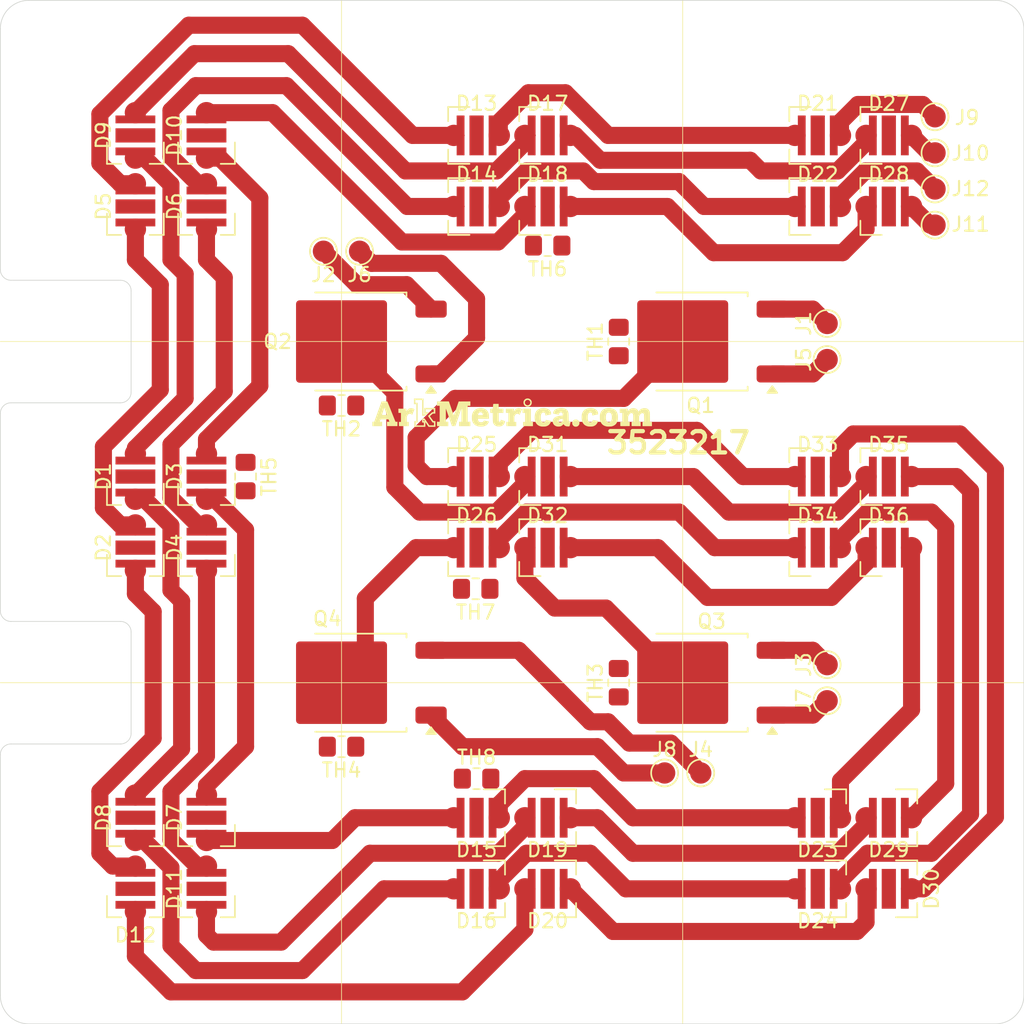
<source format=kicad_pcb>
(kicad_pcb (version 20241229) (generator "pcbnew") (generator_version "9.0")
  (layers (0 "F.Cu" signal) (2 "B.Cu" signal) (13 "F.Paste" user) (15 "B.Paste" user) (5 "F.SilkS" user "F.Silkscreen") (7 "B.SilkS" user "B.Silkscreen") (1 "F.Mask" user) (3 "B.Mask" user) (25 "Edge.Cuts" user))
  (net 0 "")
  (net 1 "Net-(D1-A)")
  (net 2 "Net-(D1-K)")
  (net 4 "Net-(D12-A)")
  (net 5 "Net-(D2-A)")
  (net 7 "Net-(D10-K)")
  (net 8 "Net-(D3-K)")
  (net 10 "Net-(D11-A)")
  (net 11 "Net-(D4-A)")
  (net 14 "Net-(D13-K)")
  (net 15 "Net-(D14-K)")
  (net 17 "Net-(D15-A)")
  (net 20 "Net-(D16-A)")
  (net 22 "Net-(D17-K)")
  (net 23 "Net-(D10-A)")
  (net 26 "Net-(D11-K)")
  (net 28 "Net-(D12-K)")
  (net 30 "Net-(D13-A)")
  (net 31 "Net-(D14-A)")
  (net 33 "Net-(D15-K)")
  (net 35 "Net-(D16-K)")
  (net 38 "Net-(D17-A)")
  (net 40 "Net-(D18-A)")
  (net 41 "Net-(D19-K)")
  (net 43 "Net-(D20-K)")
  (net 45 "Net-(D21-A)")
  (net 48 "Net-(D22-A)")
  (net 49 "Net-(D23-K)")
  (net 51 "Net-(D24-K)")
  (net 54 "Net-(D25-K)")
  (net 55 "Net-(D25-A)")
  (net 56 "Net-(D26-A)")
  (net 58 "Net-(D26-K)")
  (net 60 "Net-(D27-A)")
  (net 62 "Net-(D28-A)")
  (net 64 "Net-(D29-K)")
  (net 65 "Net-(D30-K)")
  (net 68 "Net-(D31-K)")
  (net 69 "Net-(D31-A)")
  (net 70 "Net-(D32-A)")
  (net 72 "Net-(D32-K)")
  (net 77 "Net-(J1-Pin_1)")
  (net 78 "Net-(J5-Pin_1)")
  (net 79 "Net-(J6-Pin_1)")
  (net 80 "Net-(J7-Pin_1)")
  (net 81 "Net-(J8-Pin_1)")
  (net 98 "Net-(J2-Pin_1)")
  (net 99 "Net-(J3-Pin_1)")
  (net 100 "Net-(J4-Pin_1)")
  (footprint "TestPoint:TestPoint_Pad_D1.5mm" (layer "F.Cu") (at -10.73 -18.35 180)
    (property "Reference" "J6")
    (property "Value" "Conn_01x01_Pin")
  )
  (footprint "custom:LED_3x3_DIRECT_CU" (layer "F.Cu") (at 2.5 26.5 180)
    (property "Reference" "D20")
    (property "Value" "LED_Pad")
  )
  (footprint "Resistor_SMD:R_0805_2012Metric_Pad1.20x1.40mm_HandSolder" (layer "F.Cu") (at 2.5 -18.75 180)
    (property "Reference" "TH6")
    (property "Value" "Thermistor_NTC")
  )
  (footprint "custom:LED_3x3_DIRECT_CU" (layer "F.Cu") (at -2.5 26.5 180)
    (property "Reference" "D16")
    (property "Value" "LED_Pad")
  )
  (footprint "Resistor_SMD:R_0805_2012Metric_Pad1.20x1.40mm_HandSolder" (layer "F.Cu") (at -2.561175 5.395175 180)
    (property "Reference" "TH7")
    (property "Value" "Thermistor_NTC")
  )
  (footprint "custom:LED_3x3_DIRECT_CU" (layer "F.Cu") (at -2.5 2.5)
    (property "Reference" "D26")
    (property "Value" "LED_Pad")
  )
  (footprint "TestPoint:TestPoint_Pad_D1.5mm" (layer "F.Cu") (at 22.16 10.73 90)
    (property "Reference" "J3")
    (property "Value" "Conn_01x01_Pin")
  )
  (footprint "TestPoint:TestPoint_Pad_D1.5mm" (layer "F.Cu") (at 22.16 -10.73 90)
    (property "Reference" "J5")
    (property "Value" "Conn_01x01_Pin")
  )
  (footprint "TestPoint:TestPoint_Pad_D1.5mm" (layer "F.Cu") (at 29.75 -20.19)
    (property "Reference" "J11")
    (property "Value" "Conn_01x01_Pin")
  )
  (footprint "TestPoint:TestPoint_Pad_D1.5mm" (layer "F.Cu") (at 29.75 -27.81)
    (property "Reference" "J9")
    (property "Value" "Conn_01x01_Pin")
  )
  (footprint "custom:LED_3x3_DIRECT_CU" (layer "F.Cu") (at -21.5 -2.5 90)
    (property "Reference" "D3")
    (property "Value" "LED_Pad")
  )
  (footprint "TestPoint:TestPoint_Pad_D1.5mm" (layer "F.Cu") (at 10.73 18.35)
    (property "Reference" "J8")
    (property "Value" "Conn_01x01_Pin")
  )
  (footprint "custom:LED_3x3_DIRECT_CU" (layer "F.Cu") (at 2.5 2.5)
    (property "Reference" "D32")
    (property "Value" "LED_Pad")
  )
  (footprint "custom:LED_3x3_DIRECT_CU" (layer "F.Cu") (at 26.5 -21.5)
    (property "Reference" "D28")
    (property "Value" "LED_Pad" (hide yes))
  )
  (footprint "custom:LED_3x3_DIRECT_CU" (layer "F.Cu") (at 26.5 2.5)
    (property "Reference" "D36")
    (property "Value" "LED_Pad")
  )
  (footprint "custom:LED_3x3_DIRECT_CU" (layer "F.Cu") (at -21.5 2.5 90)
    (property "Reference" "D4")
    (property "Value" "LED_Pad")
  )
  (footprint "TestPoint:TestPoint_Pad_D1.5mm" (layer "F.Cu") (at 29.75 -22.73)
    (property "Reference" "J12")
    (property "Value" "Conn_01x01_Pin")
  )
  (footprint "custom:LED_3x3_DIRECT_CU" (layer "F.Cu") (at -26.5 -2.5 90)
    (property "Reference" "D1")
    (property "Value" "LED_Pad")
  )
  (footprint "custom:LED_3x3_DIRECT_CU" (layer "F.Cu") (at 21.5 26.5 180)
    (property "Reference" "D24")
    (property "Value" "LED_Pad")
  )
  (footprint "TestPoint:TestPoint_Pad_D1.5mm" (layer "F.Cu") (at 13.27 18.35)
    (property "Reference" "J4")
    (property "Value" "Conn_01x01_Pin")
  )
  (footprint "TestPoint:TestPoint_Pad_D1.5mm" (layer "F.Cu") (at 22.16 13.27 90)
    (property "Reference" "J7")
    (property "Value" "Conn_01x01_Pin")
  )
  (footprint "Resistor_SMD:R_0805_2012Metric_Pad1.20x1.40mm_HandSolder" (layer "F.Cu") (at -18.75 -2.5 -90)
    (property "Reference" "TH5")
    (property "Value" "Thermistor_NTC")
  )
  (footprint "custom:LED_3x3_DIRECT_CU" (layer "F.Cu") (at 2.5 21.5 180)
    (property "Reference" "D19")
    (property "Value" "LED_Pad")
  )
  (footprint "custom:MountingHole_3.50mm" (layer "F.Cu") (at -31.5 31.5)
    (property "Reference" "H3" (hide yes))
    (property "Value" "MountingHole" (hide yes))
  )
  (footprint "custom:LED_3x3_DIRECT_CU" (layer "F.Cu") (at -26.5 -21.5 90)
    (property "Reference" "D5")
    (property "Value" "LED_Pad")
  )
  (footprint "custom:LED_3x3_DIRECT_CU" (layer "F.Cu") (at 26.5 -26.5)
    (property "Reference" "D27")
    (property "Value" "LED_Pad" (hide yes))
  )
  (footprint "custom:LED_3x3_DIRECT_CU" (layer "F.Cu") (at 21.5 21.5 180)
    (property "Reference" "D23")
    (property "Value" "LED_Pad")
  )
  (footprint "Resistor_SMD:R_0805_2012Metric_Pad1.20x1.40mm_HandSolder" (layer "F.Cu") (at -2.5 18.75)
    (property "Reference" "TH8")
    (property "Value" "Thermistor_NTC")
  )
  (footprint "custom:LED_3x3_DIRECT_CU" (layer "F.Cu") (at 2.5 -26.5)
    (property "Reference" "D17")
    (property "Value" "LED_Pad")
  )
  (footprint "Package_TO_SOT_SMD:TO-252-2" (layer "F.Cu") (at 13.26 12 180)
    (property "Reference" "Q3")
    (property "Value" "Q_NPN_CBE")
  )
  (footprint "Package_TO_SOT_SMD:TO-252-2" (layer "F.Cu") (at -10.74 12 180)
    (property "Reference" "Q4")
    (property "Value" "Q_NPN_CBE")
  )
  (footprint "custom:LED_3x3_DIRECT_CU" (layer "F.Cu") (at -21.5 -21.5 90)
    (property "Reference" "D6")
    (property "Value" "LED_Pad")
  )
  (footprint "custom:LED_3x3_DIRECT_CU" (layer "F.Cu") (at 2.5 -2.5)
    (property "Reference" "D31")
    (property "Value" "LED_Pad")
  )
  (footprint "custom:LED_3x3_DIRECT_CU" (layer "F.Cu") (at -26.5 -26.5 90)
    (property "Reference" "D9")
    (property "Value" "LED_Pad")
  )
  (footprint "custom:LED_3x3_DIRECT_CU" (layer "F.Cu") (at -2.5 -2.5)
    (property "Reference" "D25")
    (property "Value" "LED_Pad")
  )
  (footprint "TestPoint:TestPoint_Pad_D1.5mm" (layer "F.Cu") (at 22.16 -13.27 90)
    (property "Reference" "J1")
    (property "Value" "Conn_01x01_Pin")
  )
  (footprint "custom:LED_3x3_DIRECT_CU" (layer "F.Cu") (at -26.5 21.5 90)
    (property "Reference" "D8")
    (property "Value" "LED_Pad")
  )
  (footprint "custom:site_small" (layer "F.Cu") (at 0 -7)
    (property "Reference" "SYM4" (hide yes))
    (property "Value" "Logo_Open_Hardware_Small" (hide yes))
  )
  (footprint "custom:LED_3x3_DIRECT_CU" (layer "F.Cu") (at 2.5 -21.5)
    (property "Reference" "D18")
    (property "Value" "LED_Pad")
  )
  (footprint "custom:LED_3x3_DIRECT_CU" (layer "F.Cu") (at 21.5 -26.5)
    (property "Reference" "D21")
    (property "Value" "LED_Pad")
  )
  (footprint "Package_TO_SOT_SMD:TO-252-2" (layer "F.Cu") (at -10.74 -12 180)
    (property "Reference" "Q2")
    (property "Value" "Q_NPN_CBE")
  )
  (footprint "custom:MountingHole_3.50mm" (layer "F.Cu") (at 31.5 -31.5)
    (property "Reference" "H1" (hide yes))
    (property "Value" "MountingHole" (hide yes))
  )
  (footprint "custom:LED_3x3_DIRECT_CU" (layer "F.Cu") (at -2.5 -21.5)
    (property "Reference" "D14")
    (property "Value" "LED_Pad")
  )
  (footprint "custom:MountingHole_3.50mm" (layer "F.Cu") (at -31.5 -31.5)
    (property "Reference" "H2" (hide yes))
    (property "Value" "MountingHole" (hide yes))
  )
  (footprint "custom:LED_3x3_DIRECT_CU" (layer "F.Cu") (at 26.5 21.5 180)
    (property "Reference" "D29")
    (property "Value" "LED_Pad")
  )
  (footprint "custom:LED_3x3_DIRECT_CU" (layer "F.Cu") (at -2.5 -26.5)
    (property "Reference" "D13")
    (property "Value" "LED_Pad")
  )
  (footprint "custom:LED_3x3_DIRECT_CU" (layer "F.Cu") (at -21.5 26.5 90)
    (property "Reference" "D11")
    (property "Value" "LED_Pad")
  )
  (footprint "TestPoint:TestPoint_Pad_D1.5mm" (layer "F.Cu") (at -13.27 -18.35 180)
    (property "Reference" "J2")
    (property "Value" "Conn_01x01_Pin")
  )
  (footprint "Resistor_SMD:R_0805_2012Metric_Pad1.20x1.40mm_HandSolder" (layer "F.Cu") (at 7.5 12 90)
    (property "Reference" "TH3")
    (property "Value" "Thermistor_NTC")
  )
  (footprint "custom:LED_3x3_DIRECT_CU" (layer "F.Cu") (at 26.5 26.5 180)
    (property "Reference" "D30")
    (property "Value" "LED_Pad")
  )
  (footprint "Resistor_SMD:R_0805_2012Metric_Pad1.20x1.40mm_HandSolder" (layer "F.Cu") (at 7.5 -12 90)
    (property "Reference" "TH1")
    (property "Value" "Thermistor_NTC")
  )
  (footprint "custom:LED_3x3_DIRECT_CU" (layer "F.Cu") (at -26.5 26.5 90)
    (property "Reference" "D12")
    (property "Value" "LED_Pad")
  )
  (footprint "custom:LED_3x3_DIRECT_CU" (layer "F.Cu") (at -21.5 21.5 90)
    (property "Reference" "D7")
    (property "Value" "LED_Pad")
  )
  (footprint "custom:LED_3x3_DIRECT_CU" (layer "F.Cu") (at -26.5 2.5 90)
    (property "Reference" "D2")
    (property "Value" "LED_Pad")
  )
  (footprint "Resistor_SMD:R_0805_2012Metric_Pad1.20x1.40mm_HandSolder" (layer "F.Cu") (at -12 16.5 180)
    (property "Reference" "TH4")
    (property "Value" "Thermistor_NTC")
  )
  (footprint "Resistor_SMD:R_0805_2012Metric_Pad1.20x1.40mm_HandSolder" (layer "F.Cu") (at -12 -7.5 180)
    (property "Reference" "TH2")
    (property "Value" "Thermistor_NTC")
  )
  (footprint "custom:LED_3x3_DIRECT_CU" (layer "F.Cu") (at -2.5 21.5 180)
    (property "Reference" "D15")
    (property "Value" "LED_Pad")
  )
  (footprint "custom:LED_3x3_DIRECT_CU" (layer "F.Cu") (at -21.5 -26.5 90)
    (property "Reference" "D10")
    (property "Value" "LED_Pad")
  )
  (footprint "custom:LED_3x3_DIRECT_CU" (layer "F.Cu") (at 21.5 -21.5)
    (property "Reference" "D22")
    (property "Value" "LED_Pad")
  )
  (footprint "TestPoint:TestPoint_Pad_D1.5mm" (layer "F.Cu") (at 29.75 -25.27)
    (property "Reference" "J10")
    (property "Value" "Conn_01x01_Pin")
  )
  (footprint "custom:LED_3x3_DIRECT_CU" (layer "F.Cu") (at 21.5 2.5)
    (property "Reference" "D34")
    (property "Value" "LED_Pad")
  )
  (footprint "custom:MountingHole_3.50mm" (layer "F.Cu") (at 31.5 31.5)
    (property "Reference" "H4" (hide yes))
    (property "Value" "MountingHole" (hide yes))
  )
  (footprint "custom:LED_3x3_DIRECT_CU" (layer "F.Cu") (at 26.5 -2.5)
    (property "Reference" "D35")
    (property "Value" "LED_Pad")
  )
  (footprint "Package_TO_SOT_SMD:TO-252-2" (layer "F.Cu") (at 13.26 -12 180)
    (property "Reference" "Q1")
    (property "Value" "Q_NPN_CBE")
  )
  (footprint "custom:LED_3x3_DIRECT_CU" (layer "F.Cu") (at 21.5 -2.5)
    (property "Reference" "D33")
    (property "Value" "LED_Pad")
  )
  (gr_line (start 22.48 -21.5) (end 22.91 -21.5) (stroke (width 0.2)) (layer "F.Cu") (net 48))
  (gr_line (start 25.52 -21.5) (end 25.09 -21.5) (stroke (width 0.2)) (layer "F.Cu") (net 40))
  (gr_line (start 27.48 -21.5) (end 27.91 -21.5) (stroke (width 0.2)) (layer "F.Cu") (net 62))
  (gr_line (start 1.565 -21.5) (end 1.135 -21.5) (stroke (width 0.2)) (layer "F.Cu") (net 23))
  (gr_line (start -3.435 -21.5) (end -3.865 -21.5) (stroke (width 0.2)) (layer "F.Cu") (net 15))
  (gr_line (start 22.48 -26.5) (end 22.91 -26.5) (stroke (width 0.2)) (layer "F.Cu") (net 45))
  (gr_line (start 25.52 -26.5) (end 25.09 -26.5) (stroke (width 0.2)) (layer "F.Cu") (net 38))
  (gr_line (start 20.52 -26.5) (end 20.09 -26.5) (stroke (width 0.2)) (layer "F.Cu") (net 30))
  (gr_line (start 1.565 -26.5) (end 1.135 -26.5) (stroke (width 0.2)) (layer "F.Cu") (net 22))
  (gr_line (start -3.435 -26.5) (end -3.865 -26.5) (stroke (width 0.2)) (layer "F.Cu") (net 14))
  (gr_line (start 27.48 -26.5) (end 27.91 -26.5) (stroke (width 0.2)) (layer "F.Cu") (net 60))
  (gr_line (start 36 12) (end -36 12) (stroke (width 0.05)) (layer "F.SilkS"))
  (gr_line (start 36 -12) (end -36 -12) (stroke (width 0.05)) (layer "F.SilkS"))
  (gr_line (start 12 36) (end 12 -36) (stroke (width 0.05)) (layer "F.SilkS"))
  (gr_line (start -12 36) (end -12 -36) (stroke (width 0.05)) (layer "F.SilkS"))
  (gr_line (start -27.55 -16.31) (end -35.25 -16.31) (stroke (width 0.05)) (layer "Edge.Cuts"))
  (gr_line (start -27.55 -7.69) (end -35.25 -7.69) (stroke (width 0.05)) (layer "Edge.Cuts"))
  (gr_line (start -27.55 7.69) (end -35.25 7.69) (stroke (width 0.05)) (layer "Edge.Cuts"))
  (gr_arc (start -27.55 -16.31) (mid -27.01967 -16.09033) (end -26.8 -15.56) (stroke (width 0.05)) (layer "Edge.Cuts"))
  (gr_arc (start -27.55 7.69) (mid -27.01967 7.90967) (end -26.8 8.44) (stroke (width 0.05)) (layer "Edge.Cuts"))
  (gr_arc (start -36 -6.94) (mid -35.78033 -7.47033) (end -35.25 -7.69) (stroke (width 0.05)) (layer "Edge.Cuts"))
  (gr_arc (start 34 -36) (mid 35.414214 -35.414214) (end 36 -34) (stroke (width 0.05)) (layer "Edge.Cuts"))
  (gr_line (start -36 -17.06) (end -36 -34) (stroke (width 0.05)) (layer "Edge.Cuts"))
  (gr_line (start -26.8 -8.44) (end -26.8 -15.56) (stroke (width 0.05)) (layer "Edge.Cuts"))
  (gr_arc (start -36 -34) (mid -35.414214 -35.414214) (end -34 -36) (stroke (width 0.05)) (layer "Edge.Cuts"))
  (gr_arc (start -26.8 15.56) (mid -27.01967 16.09033) (end -27.55 16.31) (stroke (width 0.05)) (layer "Edge.Cuts"))
  (gr_arc (start -34 36) (mid -35.414214 35.414214) (end -36 34) (stroke (width 0.05)) (layer "Edge.Cuts"))
  (gr_arc (start -26.8 -8.44) (mid -27.01967 -7.90967) (end -27.55 -7.69) (stroke (width 0.05)) (layer "Edge.Cuts"))
  (gr_line (start -26.8 15.56) (end -26.8 8.44) (stroke (width 0.05)) (layer "Edge.Cuts"))
  (gr_line (start -27.55 16.31) (end -35.25 16.31) (stroke (width 0.05)) (layer "Edge.Cuts"))
  (gr_line (start 36 -34) (end 36 34) (stroke (width 0.05)) (layer "Edge.Cuts"))
  (gr_line (start 34 36) (end -34 36) (stroke (width 0.05)) (layer "Edge.Cuts"))
  (gr_line (start -36 -6.94) (end -36 6.94) (stroke (width 0.05)) (layer "Edge.Cuts"))
  (gr_arc (start -35.25 7.69) (mid -35.78033 7.47033) (end -36 6.94) (stroke (width 0.05)) (layer "Edge.Cuts"))
  (gr_arc (start -35.25 -16.31) (mid -35.78033 -16.52967) (end -36 -17.06) (stroke (width 0.05)) (layer "Edge.Cuts"))
  (gr_arc (start 36 34) (mid 35.414214 35.414214) (end 34 36) (stroke (width 0.05)) (layer "Edge.Cuts"))
  (gr_line (start -36 34) (end -36 17.06) (stroke (width 0.05)) (layer "Edge.Cuts"))
  (gr_line (start -34 -36) (end 34 -36) (stroke (width 0.05)) (layer "Edge.Cuts"))
  (gr_arc (start -36 17.06) (mid -35.78033 16.52967) (end -35.25 16.31) (stroke (width 0.05)) (layer "Edge.Cuts"))
  (gr_text "3523217" (at 6.5 -4 0) (layer "F.SilkS") (effects (font (size 1.5 1.5) (thickness 0.3) (bold yes)) (justify left bottom)))
  (segment (start -24 -17.75) (end -23 -16.75) (width 1.2) (layer "F.Cu") (net 1))
  (segment (start -24 -23.054042) (end -24 -17.75) (width 1.2) (layer "F.Cu") (net 1))
  (segment (start -26.5 -4.5) (end -26.5 -4.1) (width 1.2) (layer "F.Cu") (net 1))
  (segment (start -23 -16.75) (end -23 -8) (width 1.2) (layer "F.Cu") (net 1))
  (segment (start -26.5 -24.9) (end -25.845958 -24.9) (width 1.2) (layer "F.Cu") (net 1))
  (segment (start -23 -8) (end -26.5 -4.5) (width 1.2) (layer "F.Cu") (net 1))
  (segment (start -25.845958 -24.9) (end -24 -23.054042) (width 1.2) (layer "F.Cu") (net 1))
  (segment (start -24 5.5) (end -23.25 6.25) (width 1.2) (layer "F.Cu") (net 2))
  (segment (start -23.25 16.65) (end -26.5 19.9) (width 1.2) (layer "F.Cu") (net 2))
  (segment (start -24 0.945958) (end -24 5.5) (width 1.2) (layer "F.Cu") (net 2))
  (segment (start -23.25 6.25) (end -23.25 16.65) (width 1.2) (layer "F.Cu") (net 2))
  (segment (start -25.845958 -0.9) (end -24 0.945958) (width 1.2) (layer "F.Cu") (net 2))
  (segment (start -26.5 -0.9) (end -25.845958 -0.9) (width 1.2) (layer "F.Cu") (net 2))
  (segment (start -26.5 4.1) (end -26.5 5.75) (width 1.2) (layer "F.Cu") (net 4))
  (segment (start -25.25 7) (end -25.25 15.898) (width 1.2) (layer "F.Cu") (net 4))
  (segment (start -25.25 15.898) (end -29 19.648) (width 1.2) (layer "F.Cu") (net 4))
  (segment (start -29 24) (end -28.1 24.9) (width 1.2) (layer "F.Cu") (net 4))
  (segment (start -28.1 24.9) (end -26.5 24.9) (width 1.2) (layer "F.Cu") (net 4))
  (segment (start -26.5 5.75) (end -25.25 7) (width 1.2) (layer "F.Cu") (net 4))
  (segment (start -29 19.648) (end -29 24) (width 1.2) (layer "F.Cu") (net 4))
  (segment (start -27.56066 0.9) (end -26.5 0.9) (width 1.2) (layer "F.Cu") (net 5))
  (segment (start -24.75 -16) (end -24.75 -8.602) (width 1.2) (layer "F.Cu") (net 5))
  (segment (start -26.5 -17.75) (end -24.75 -16) (width 1.2) (layer "F.Cu") (net 5))
  (segment (start -24.75 -8.602) (end -28.75 -4.602) (width 1.2) (layer "F.Cu") (net 5))
  (segment (start -26.5 -19.9) (end -26.5 -17.75) (width 1.2) (layer "F.Cu") (net 5))
  (segment (start -28.75 -0.28934) (end -27.56066 0.9) (width 1.2) (layer "F.Cu") (net 5))
  (segment (start -28.75 -4.602) (end -28.75 -0.28934) (width 1.2) (layer "F.Cu") (net 5))
  (segment (start -21.5 -24.9) (end -20.548 -24.9) (width 1.2) (layer "F.Cu") (net 7))
  (segment (start -17.75 -22.102) (end -17.75 -8.875) (width 1.2) (layer "F.Cu") (net 7))
  (segment (start -17.75 -8.875) (end -21.5 -5.125) (width 1.2) (layer "F.Cu") (net 7))
  (segment (start -21.5 -5.125) (end -21.5 -4.1) (width 1.2) (layer "F.Cu") (net 7))
  (segment (start -20.548 -24.9) (end -17.75 -22.102) (width 1.2) (layer "F.Cu") (net 7))
  (segment (start -20.9 -0.9) (end -18.75 1.25) (width 1.2) (layer "F.Cu") (net 8))
  (segment (start -18.75 16.5) (end -21.5 19.25) (width 1.2) (layer "F.Cu") (net 8))
  (segment (start -18.75 1.25) (end -18.75 16.5) (width 1.2) (layer "F.Cu") (net 8))
  (segment (start -21.5 -0.9) (end -20.9 -0.9) (width 1.2) (layer "F.Cu") (net 8))
  (segment (start -21.5 19.25) (end -21.5 19.9) (width 1.2) (layer "F.Cu") (net 8))
  (segment (start -24 19.648) (end -24 23.051) (width 1.2) (layer "F.Cu") (net 10))
  (segment (start -22.151 24.9) (end -21.5 24.9) (width 1.2) (layer "F.Cu") (net 10))
  (segment (start -21.5 17.148) (end -24 19.648) (width 1.2) (layer "F.Cu") (net 10))
  (segment (start -21.5 4.1) (end -21.5 17.148) (width 1.2) (layer "F.Cu") (net 10))
  (segment (start -24 23.051) (end -22.151 24.9) (width 1.2) (layer "F.Cu") (net 10))
  (segment (start -20.25 -16.5) (end -20.25 -8.5) (width 1.2) (layer "F.Cu") (net 11))
  (segment (start -24 -4.75) (end -24 -1) (width 1.2) (layer "F.Cu") (net 11))
  (segment (start -24 -1) (end -22.1 0.9) (width 1.2) (layer "F.Cu") (net 11))
  (segment (start -22.1 0.9) (end -21.5 0.9) (width 1.2) (layer "F.Cu") (net 11))
  (segment (start -21.5 -17.75) (end -20.25 -16.5) (width 1.2) (layer "F.Cu") (net 11))
  (segment (start -20.25 -8.5) (end -24 -4.75) (width 1.2) (layer "F.Cu") (net 11))
  (segment (start -21.5 -19.9) (end -21.5 -17.75) (width 1.2) (layer "F.Cu") (net 11))
  (segment (start -4.1 -26.5) (end -7 -26.5) (width 1.2) (layer "F.Cu") (net 14))
  (segment (start -27.56066 -23.1) (end -26.5 -23.1) (width 1.2) (layer "F.Cu") (net 14))
  (segment (start -14.75 -34.25) (end -22.75 -34.25) (width 1.2) (layer "F.Cu") (net 14))
  (segment (start -7 -26.5) (end -14.75 -34.25) (width 1.2) (layer "F.Cu") (net 14))
  (segment (start -29 -24.53934) (end -27.56066 -23.1) (width 1.2) (layer "F.Cu") (net 14))
  (segment (start -22.75 -34.25) (end -29 -28) (width 1.2) (layer "F.Cu") (net 14))
  (segment (start -29 -28) (end -29 -24.53934) (width 1.2) (layer "F.Cu") (net 14))
  (segment (start -7.375 -21.5) (end -4.1 -21.5) (width 1.2) (layer "F.Cu") (net 15))
  (segment (start -24 -28.25) (end -22.25 -30) (width 1.2) (layer "F.Cu") (net 15))
  (segment (start -22.25 -30) (end -15.875 -30) (width 1.2) (layer "F.Cu") (net 15))
  (segment (start -22.1 -23.1) (end -24 -25) (width 1.2) (layer "F.Cu") (net 15))
  (segment (start -21.5 -23.1) (end -22.1 -23.1) (width 1.2) (layer "F.Cu") (net 15))
  (segment (start -24 -25) (end -24 -28.25) (width 1.2) (layer "F.Cu") (net 15))
  (segment (start -15.875 -30) (end -7.375 -21.5) (width 1.2) (layer "F.Cu") (net 15))
  (segment (start -11.05 21.5) (end -4.1 21.5) (width 1.2) (layer "F.Cu") (net 17))
  (segment (start -12.65 23.1) (end -11.05 21.5) (width 1.2) (layer "F.Cu") (net 17))
  (segment (start -21.5 23.1) (end -12.65 23.1) (width 1.2) (layer "F.Cu") (net 17))
  (segment (start -4.1 26.5) (end -9 26.5) (width 1.2) (layer "F.Cu") (net 20))
  (segment (start -25.9 23.1) (end -26.5 23.1) (width 1.2) (layer "F.Cu") (net 20))
  (segment (start -9 26.5) (end -14.75 32.25) (width 1.2) (layer "F.Cu") (net 20))
  (segment (start -24 25) (end -25.9 23.1) (width 1.2) (layer "F.Cu") (net 20))
  (segment (start -24 30.5) (end -24 25) (width 1.2) (layer "F.Cu") (net 20))
  (segment (start -22.25 32.25) (end -24 30.5) (width 1.2) (layer "F.Cu") (net 20))
  (segment (start -14.75 32.25) (end -22.25 32.25) (width 1.2) (layer "F.Cu") (net 20))
  (segment (start -1.1 -24) (end -7.5 -24) (width 1.2) (layer "F.Cu") (net 22))
  (segment (start -15.75 -32.25) (end -22.35 -32.25) (width 1.2) (layer "F.Cu") (net 22))
  (segment (start -22.35 -32.25) (end -26.5 -28.1) (width 1.2) (layer "F.Cu") (net 22))
  (segment (start 0.9 -26.5) (end 0.9 -26) (width 1.2) (layer "F.Cu") (net 22))
  (segment (start -7.5 -24) (end -15.75 -32.25) (width 1.2) (layer "F.Cu") (net 22))
  (segment (start 0.9 -26) (end -1.1 -24) (width 1.2) (layer "F.Cu") (net 22))
  (segment (start -21.5 -28.1) (end -16.85 -28.1) (width 1.2) (layer "F.Cu") (net 23))
  (segment (start -1 -19) (end 0.9 -20.9) (width 1.2) (layer "F.Cu") (net 23))
  (segment (start 0.9 -20.9) (end 0.9 -21.5) (width 1.2) (layer "F.Cu") (net 23))
  (segment (start -16.85 -28.1) (end -7.75 -19) (width 1.2) (layer "F.Cu") (net 23))
  (segment (start -7.75 -19) (end -1 -19) (width 1.2) (layer "F.Cu") (net 23))
  (segment (start -10 24) (end -0.945958 24) (width 1.2) (layer "F.Cu") (net 26))
  (segment (start -21.5 28.1) (end -21.5 29.75) (width 1.2) (layer "F.Cu") (net 26))
  (segment (start -16.25 30.25) (end -10 24) (width 1.2) (layer "F.Cu") (net 26))
  (segment (start -0.945958 24) (end 0.9 22.154042) (width 1.2) (layer "F.Cu") (net 26))
  (segment (start 0.9 22.154042) (end 0.9 21.5) (width 1.2) (layer "F.Cu") (net 26))
  (segment (start -21.5 29.75) (end -21 30.25) (width 1.2) (layer "F.Cu") (net 26))
  (segment (start -21 30.25) (end -16.25 30.25) (width 1.2) (layer "F.Cu") (net 26))
  (segment (start -26.5 31.25) (end -26.5 28.1) (width 1.2) (layer "F.Cu") (net 28))
  (segment (start 0.9 26.5) (end 0.9 29.35) (width 1.2) (layer "F.Cu") (net 28))
  (segment (start -24 33.75) (end -26.5 31.25) (width 1.2) (layer "F.Cu") (net 28))
  (segment (start 0.9 29.35) (end -3.5 33.75) (width 1.2) (layer "F.Cu") (net 28))
  (segment (start -3.5 33.75) (end -24 33.75) (width 1.2) (layer "F.Cu") (net 28))
  (segment (start 3.75 -29.5) (end 1.148 -29.5) (width 1.2) (layer "F.Cu") (net 30))
  (segment (start -0.9 -27.452) (end -0.9 -26.5) (width 1.2) (layer "F.Cu") (net 30))
  (segment (start 1.148 -29.5) (end -0.9 -27.452) (width 1.2) (layer "F.Cu") (net 30))
  (segment (start 6.75 -26.5) (end 3.75 -29.5) (width 1.2) (layer "F.Cu") (net 30))
  (segment (start 19.9 -26.5) (end 6.75 -26.5) (width 1.2) (layer "F.Cu") (net 30))
  (segment (start 19.9 -21.5) (end 13.5 -21.5) (width 1.2) (layer "F.Cu") (net 31))
  (segment (start 11.75 -23.25) (end 5.75 -23.25) (width 1.2) (layer "F.Cu") (net 31))
  (segment (start 13.5 -21.5) (end 11.75 -23.25) (width 1.2) (layer "F.Cu") (net 31))
  (segment (start 5.75 -23.25) (end 5 -24) (width 1.2) (layer "F.Cu") (net 31))
  (segment (start 5 -24) (end 1 -24) (width 1.2) (layer "F.Cu") (net 31))
  (segment (start -0.9 -22.1) (end -0.9 -21.5) (width 1.2) (layer "F.Cu") (net 31))
  (segment (start 1 -24) (end -0.9 -22.1) (width 1.2) (layer "F.Cu") (net 31))
  (segment (start 19.9 21.5) (end 8.5 21.5) (width 1.2) (layer "F.Cu") (net 33))
  (segment (start -0.9 20.548) (end -0.9 21.5) (width 1.2) (layer "F.Cu") (net 33))
  (segment (start 5.75 18.75) (end 0.898 18.75) (width 1.2) (layer "F.Cu") (net 33))
  (segment (start 0.898 18.75) (end -0.9 20.548) (width 1.2) (layer "F.Cu") (net 33))
  (segment (start 8.5 21.5) (end 5.75 18.75) (width 1.2) (layer "F.Cu") (net 33))
  (segment (start 8 26.5) (end 19.9 26.5) (width 1.2) (layer "F.Cu") (net 35))
  (segment (start 5.5 24) (end 8 26.5) (width 1.2) (layer "F.Cu") (net 35))
  (segment (start -0.9 25.9) (end 1 24) (width 1.2) (layer "F.Cu") (net 35))
  (segment (start -0.9 26.5) (end -0.9 25.9) (width 1.2) (layer "F.Cu") (net 35))
  (segment (start 1 24) (end 5.5 24) (width 1.2) (layer "F.Cu") (net 35))
  (segment (start 4.445958 -26.5) (end 4.1 -26.5) (width 1.2) (layer "F.Cu") (net 38))
  (segment (start 24.9 -26.5) (end 24.9 -26) (width 1.2) (layer "F.Cu") (net 38))
  (segment (start 16.75 -24.75) (end 6.195958 -24.75) (width 1.2) (layer "F.Cu") (net 38))
  (segment (start 17.5 -24) (end 16.75 -24.75) (width 1.2) (layer "F.Cu") (net 38))
  (segment (start 6.195958 -24.75) (end 4.445958 -26.5) (width 1.2) (layer "F.Cu") (net 38))
  (segment (start 22.9 -24) (end 17.5 -24) (width 1.2) (layer "F.Cu") (net 38))
  (segment (start 24.9 -26) (end 22.9 -24) (width 1.2) (layer "F.Cu") (net 38))
  (segment (start 10.925 -21.5) (end 4.1 -21.5) (width 1.2) (layer "F.Cu") (net 40))
  (segment (start 14.175 -18.25) (end 10.925 -21.5) (width 1.2) (layer "F.Cu") (net 40))
  (segment (start 23.25 -18.25) (end 14.175 -18.25) (width 1.2) (layer "F.Cu") (net 40))
  (segment (start 24.9 -19.9) (end 23.25 -18.25) (width 1.2) (layer "F.Cu") (net 40))
  (segment (start 24.9 -21.5) (end 24.9 -19.9) (width 1.2) (layer "F.Cu") (net 40))
  (segment (start 6 21.5) (end 4.1 21.5) (width 1.2) (layer "F.Cu") (net 41))
  (segment (start 22.9 24) (end 8.5 24) (width 1.2) (layer "F.Cu") (net 41))
  (segment (start 8.5 24) (end 6 21.5) (width 1.2) (layer "F.Cu") (net 41))
  (segment (start 24.9 22) (end 22.9 24) (width 1.2) (layer "F.Cu") (net 41))
  (segment (start 24.9 21.5) (end 24.9 22) (width 1.2) (layer "F.Cu") (net 41))
  (segment (start 7.1 29.5) (end 24.25 29.5) (width 1.2) (layer "F.Cu") (net 43))
  (segment (start 4.1 26.5) (end 7.1 29.5) (width 1.2) (layer "F.Cu") (net 43))
  (segment (start 24.9 28.85) (end 24.9 26.5) (width 1.2) (layer "F.Cu") (net 43))
  (segment (start 24.25 29.5) (end 24.9 28.85) (width 1.2) (layer "F.Cu") (net 43))
  (segment (start 24.324 -28.676) (end 23.1 -27.452) (width 1.2) (layer "F.Cu") (net 45))
  (segment (start 29.75 -27.81) (end 28.884 -28.676) (width 1.2) (layer "F.Cu") (net 45))
  (segment (start 23.1 -27.452) (end 23.1 -26.5) (width 1.2) (layer "F.Cu") (net 45))
  (segment (start 28.884 -28.676) (end 24.324 -28.676) (width 1.2) (layer "F.Cu") (net 45))
  (segment (start 29.75 -22.73) (end 28.48 -24) (width 1.2) (layer "F.Cu") (net 48))
  (segment (start 28.48 -24) (end 24.845958 -24) (width 1.2) (layer "F.Cu") (net 48))
  (segment (start 24.845958 -24) (end 23.1 -22.254042) (width 1.2) (layer "F.Cu") (net 48))
  (segment (start 23.1 -22.254042) (end 23.1 -21.5) (width 1.2) (layer "F.Cu") (net 48))
  (segment (start 23.1 21.5) (end 23.1 18.9) (width 1.2) (layer "F.Cu") (net 49))
  (segment (start 28.1 13.9) (end 28.1 2.5) (width 1.2) (layer "F.Cu") (net 49))
  (segment (start 23.1 18.9) (end 28.1 13.9) (width 1.2) (layer "F.Cu") (net 49))
  (segment (start 23.1 26.5) (end 23.1 25.9) (width 1.2) (layer "F.Cu") (net 51))
  (segment (start 23.1 25.9) (end 25 24) (width 1.2) (layer "F.Cu") (net 51))
  (segment (start 29.5 24) (end 32.25 21.25) (width 1.2) (layer "F.Cu") (net 51))
  (segment (start 32.25 -1.5) (end 31.25 -2.5) (width 1.2) (layer "F.Cu") (net 51))
  (segment (start 25 24) (end 29.5 24) (width 1.2) (layer "F.Cu") (net 51))
  (segment (start 32.25 21.25) (end 32.25 -1.5) (width 1.2) (layer "F.Cu") (net 51))
  (segment (start 31.25 -2.5) (end 28.1 -2.5) (width 1.2) (layer "F.Cu") (net 51))
  (segment (start -6.75 -3.25) (end -6.75 -5.25) (width 1.2) (layer "F.Cu") (net 54))
  (segment (start -4 -8) (end 7.85 -8) (width 1.2) (layer "F.Cu") (net 54))
  (segment (start -4.1 -2.5) (end -6 -2.5) (width 1.2) (layer "F.Cu") (net 54))
  (segment (start -6 -2.5) (end -6.75 -3.25) (width 1.2) (layer "F.Cu") (net 54))
  (segment (start 7.85 -8) (end 10.325 -10.475) (width 1.2) (layer "F.Cu") (net 54))
  (segment (start -6.75 -5.25) (end -4 -8) (width 1.2) (layer "F.Cu") (net 54))
  (segment (start 16.25 -2.5) (end 13 -5.75) (width 1.2) (layer "F.Cu") (net 55))
  (segment (start 19.9 -2.5) (end 16.25 -2.5) (width 1.2) (layer "F.Cu") (net 55))
  (segment (start 13 -5.75) (end 1.398 -5.75) (width 1.2) (layer "F.Cu") (net 55))
  (segment (start 1.398 -5.75) (end -0.9 -3.452) (width 1.2) (layer "F.Cu") (net 55))
  (segment (start -0.9 -3.452) (end -0.9 -2.5) (width 1.2) (layer "F.Cu") (net 55))
  (segment (start 14.25 2.5) (end 19.9 2.5) (width 1.2) (layer "F.Cu") (net 56))
  (segment (start -0.9 2.5) (end -0.9 1.9) (width 1.2) (layer "F.Cu") (net 56))
  (segment (start -0.9 1.9) (end 1 0) (width 1.2) (layer "F.Cu") (net 56))
  (segment (start 1 0) (end 11.75 0) (width 1.2) (layer "F.Cu") (net 56))
  (segment (start 11.75 0) (end 14.25 2.5) (width 1.2) (layer "F.Cu") (net 56))
  (segment (start -10.325 6.075) (end -10.325 10.475) (width 1.2) (layer "F.Cu") (net 58))
  (segment (start -4.1 2.5) (end -6.75 2.5) (width 1.2) (layer "F.Cu") (net 58))
  (segment (start -6.75 2.5) (end -10.325 6.075) (width 1.2) (layer "F.Cu") (net 58))
  (segment (start 29.33 -25.27) (end 28.1 -26.5) (width 1.2) (layer "F.Cu") (net 60))
  (segment (start 29.75 -25.27) (end 29.33 -25.27) (width 1.2) (layer "F.Cu") (net 60))
  (segment (start 29.41 -20.19) (end 28.1 -21.5) (width 1.2) (layer "F.Cu") (net 62))
  (segment (start 29.75 -20.19) (end 29.41 -20.19) (width 1.2) (layer "F.Cu") (net 62))
  (segment (start 25 0) (end 29.5 0) (width 1.2) (layer "F.Cu") (net 64))
  (segment (start 23.1 1.9) (end 25 0) (width 1.2) (layer "F.Cu") (net 64))
  (segment (start 29.5 0) (end 30.5 1) (width 1.2) (layer "F.Cu") (net 64))
  (segment (start 30.5 1) (end 30.5 19.1) (width 1.2) (layer "F.Cu") (net 64))
  (segment (start 23.1 2.5) (end 23.1 1.9) (width 1.2) (layer "F.Cu") (net 64))
  (segment (start 30.5 19.1) (end 28.1 21.5) (width 1.2) (layer "F.Cu") (net 64))
  (segment (start 28.945958 26.5) (end 34 21.445958) (width 1.2) (layer "F.Cu") (net 65))
  (segment (start 34 -3) (end 31.5 -5.5) (width 1.2) (layer "F.Cu") (net 65))
  (segment (start 23.1 -4.6) (end 23.1 -2.5) (width 1.2) (layer "F.Cu") (net 65))
  (segment (start 28.1 26.5) (end 28.945958 26.5) (width 1.2) (layer "F.Cu") (net 65))
  (segment (start 31.5 -5.5) (end 24 -5.5) (width 1.2) (layer "F.Cu") (net 65))
  (segment (start 24 -5.5) (end 23.1 -4.6) (width 1.2) (layer "F.Cu") (net 65))
  (segment (start 34 21.445958) (end 34 -3) (width 1.2) (layer "F.Cu") (net 65))
  (segment (start -8.25 -1.75) (end -8.25 -8.4) (width 1.2) (layer "F.Cu") (net 68))
  (segment (start -1.1 0) (end -6.5 0) (width 1.2) (layer "F.Cu") (net 68))
  (segment (start 0.9 -2) (end -1.1 0) (width 1.2) (layer "F.Cu") (net 68))
  (segment (start 0.9 -2.5) (end 0.9 -2) (width 1.2) (layer "F.Cu") (net 68))
  (segment (start -8.25 -8.4) (end -10.325 -10.475) (width 1.2) (layer "F.Cu") (net 68))
  (segment (start -6.5 0) (end -8.25 -1.75) (width 1.2) (layer "F.Cu") (net 68))
  (segment (start 22.9 0) (end 24.9 -2) (width 1.2) (layer "F.Cu") (net 69))
  (segment (start 4.1 -2.5) (end 12.75 -2.5) (width 1.2) (layer "F.Cu") (net 69))
  (segment (start 15.25 0) (end 22.9 0) (width 1.2) (layer "F.Cu") (net 69))
  (segment (start 24.9 -2) (end 24.9 -2.5) (width 1.2) (layer "F.Cu") (net 69))
  (segment (start 12.75 -2.5) (end 15.25 0) (width 1.2) (layer "F.Cu") (net 69))
  (segment (start 10.25 2.5) (end 13.75 6) (width 1.2) (layer "F.Cu") (net 70))
  (segment (start 24.9 3.56066) (end 24.9 2.5) (width 1.2) (layer "F.Cu") (net 70))
  (segment (start 22.46066 6) (end 24.9 3.56066) (width 1.2) (layer "F.Cu") (net 70))
  (segment (start 4.1 2.5) (end 10.25 2.5) (width 1.2) (layer "F.Cu") (net 70))
  (segment (start 13.75 6) (end 22.46066 6) (width 1.2) (layer "F.Cu") (net 70))
  (segment (start 3 6.75) (end 6.6 6.75) (width 1.2) (layer "F.Cu") (net 72))
  (segment (start 0.9 4.65) (end 3 6.75) (width 1.2) (layer "F.Cu") (net 72))
  (segment (start 0.9 2.5) (end 0.9 4.65) (width 1.2) (layer "F.Cu") (net 72))
  (segment (start 6.6 6.75) (end 10.325 10.475) (width 1.2) (layer "F.Cu") (net 72))
  (segment (start 18.3 -14.28) (end 21.15 -14.28) (width 1.2) (layer "F.Cu") (net 77))
  (segment (start 21.15 -14.28) (end 22.16 -13.27) (width 1.2) (layer "F.Cu") (net 77))
  (segment (start 18.3 -9.72) (end 21.15 -9.72) (width 1.2) (layer "F.Cu") (net 78))
  (segment (start 21.15 -9.72) (end 22.16 -10.73) (width 1.2) (layer "F.Cu") (net 78))
  (segment (start -9.88 -17.5) (end -10.73 -18.35) (width 1.2) (layer "F.Cu") (net 79))
  (segment (start -2.5 -12.25) (end -2.5 -15) (width 1.2) (layer "F.Cu") (net 79))
  (segment (start -5 -17.5) (end -9.88 -17.5) (width 1.2) (layer "F.Cu") (net 79))
  (segment (start -2.5 -15) (end -5 -17.5) (width 1.2) (layer "F.Cu") (net 79))
  (segment (start -5.03 -9.72) (end -2.5 -12.25) (width 1.2) (layer "F.Cu") (net 79))
  (segment (start -5.7 -9.72) (end -5.03 -9.72) (width 1.2) (layer "F.Cu") (net 79))
  (segment (start 21.15 14.28) (end 22.16 13.27) (width 1.2) (layer "F.Cu") (net 80))
  (segment (start 18.3 14.28) (end 21.15 14.28) (width 1.2) (layer "F.Cu") (net 80))
  (segment (start -3.48 16.5) (end -5.7 14.28) (width 1.2) (layer "F.Cu") (net 81))
  (segment (start 10.73 18.35) (end 7.85 18.35) (width 1.2) (layer "F.Cu") (net 81))
  (segment (start 7.85 18.35) (end 6 16.5) (width 1.2) (layer "F.Cu") (net 81))
  (segment (start 6 16.5) (end -3.48 16.5) (width 1.2) (layer "F.Cu") (net 81))
  (segment (start -10.92 -16) (end -13.27 -18.35) (width 1.2) (layer "F.Cu") (net 98))
  (segment (start -7.42 -16) (end -10.92 -16) (width 1.2) (layer "F.Cu") (net 98))
  (segment (start -5.7 -14.28) (end -7.42 -16) (width 1.2) (layer "F.Cu") (net 98))
  (segment (start 21.15 9.72) (end 22.16 10.73) (width 1.2) (layer "F.Cu") (net 99))
  (segment (start 18.3 9.72) (end 21.15 9.72) (width 1.2) (layer "F.Cu") (net 99))
  (segment (start 5.5 14.75) (end 6.75 14.75) (width 1.2) (layer "F.Cu") (net 100))
  (segment (start 6.75 14.75) (end 8.25 16.25) (width 1.2) (layer "F.Cu") (net 100))
  (segment (start -5.7 9.72) (end 0.47 9.72) (width 1.2) (layer "F.Cu") (net 100))
  (segment (start 11.17 16.25) (end 13.27 18.35) (width 1.2) (layer "F.Cu") (net 100))
  (segment (start 0.47 9.72) (end 5.5 14.75) (width 1.2) (layer "F.Cu") (net 100))
  (segment (start 8.25 16.25) (end 11.17 16.25) (width 1.2) (layer "F.Cu") (net 100))
)
</source>
